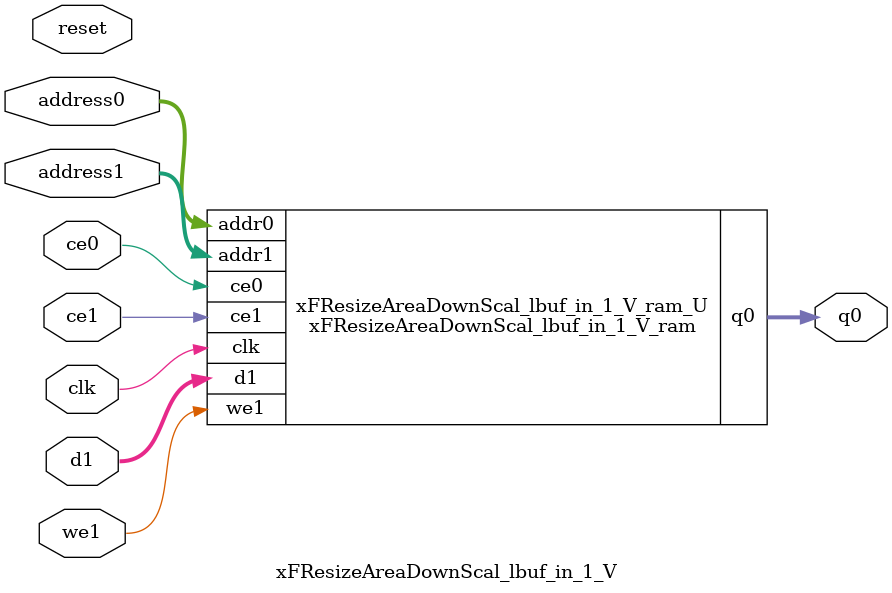
<source format=v>
`timescale 1 ns / 1 ps
module xFResizeAreaDownScal_lbuf_in_1_V_ram (addr0, ce0, q0, addr1, ce1, d1, we1,  clk);

parameter DWIDTH = 24;
parameter AWIDTH = 10;
parameter MEM_SIZE = 640;

input[AWIDTH-1:0] addr0;
input ce0;
output reg[DWIDTH-1:0] q0;
input[AWIDTH-1:0] addr1;
input ce1;
input[DWIDTH-1:0] d1;
input we1;
input clk;

(* ram_style = "block" *)reg [DWIDTH-1:0] ram[0:MEM_SIZE-1];




always @(posedge clk)  
begin 
    if (ce0) 
    begin
        q0 <= ram[addr0];
    end
end


always @(posedge clk)  
begin 
    if (ce1) 
    begin
        if (we1) 
        begin 
            ram[addr1] <= d1; 
        end 
    end
end


endmodule

`timescale 1 ns / 1 ps
module xFResizeAreaDownScal_lbuf_in_1_V(
    reset,
    clk,
    address0,
    ce0,
    q0,
    address1,
    ce1,
    we1,
    d1);

parameter DataWidth = 32'd24;
parameter AddressRange = 32'd640;
parameter AddressWidth = 32'd10;
input reset;
input clk;
input[AddressWidth - 1:0] address0;
input ce0;
output[DataWidth - 1:0] q0;
input[AddressWidth - 1:0] address1;
input ce1;
input we1;
input[DataWidth - 1:0] d1;



xFResizeAreaDownScal_lbuf_in_1_V_ram xFResizeAreaDownScal_lbuf_in_1_V_ram_U(
    .clk( clk ),
    .addr0( address0 ),
    .ce0( ce0 ),
    .q0( q0 ),
    .addr1( address1 ),
    .ce1( ce1 ),
    .we1( we1 ),
    .d1( d1 ));

endmodule


</source>
